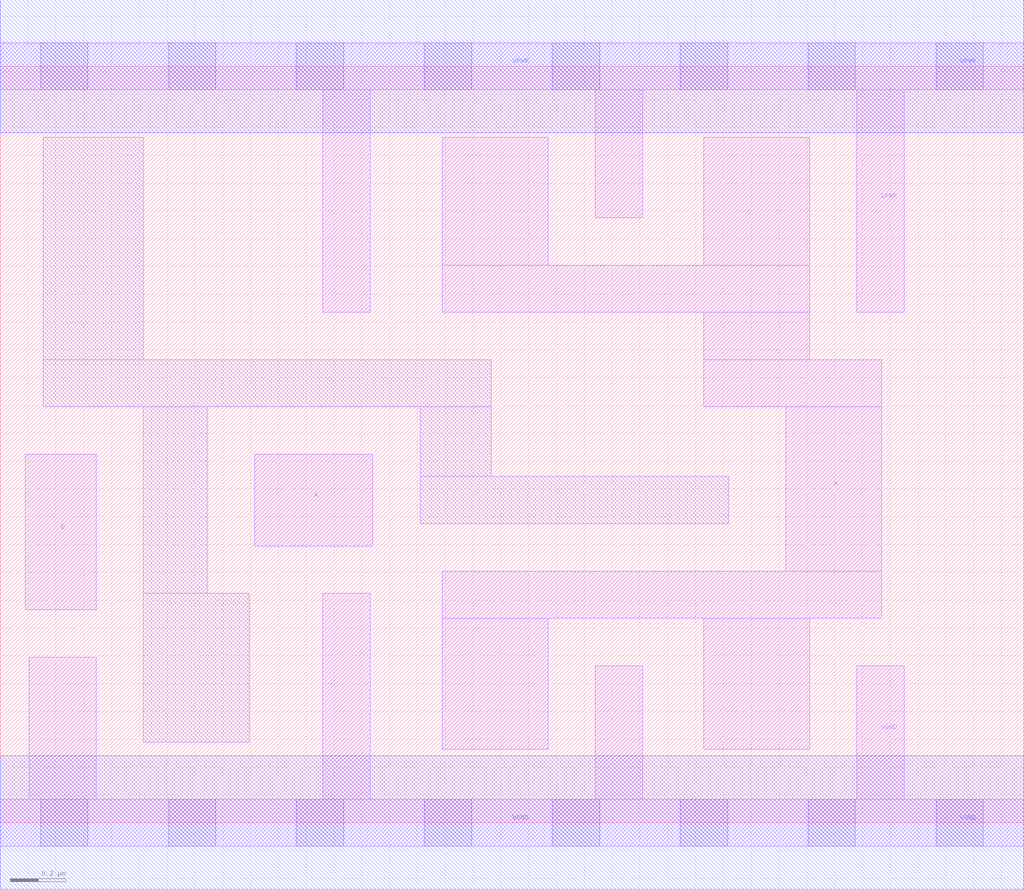
<source format=lef>
# Copyright 2020 The SkyWater PDK Authors
#
# Licensed under the Apache License, Version 2.0 (the "License");
# you may not use this file except in compliance with the License.
# You may obtain a copy of the License at
#
#     https://www.apache.org/licenses/LICENSE-2.0
#
# Unless required by applicable law or agreed to in writing, software
# distributed under the License is distributed on an "AS IS" BASIS,
# WITHOUT WARRANTIES OR CONDITIONS OF ANY KIND, either express or implied.
# See the License for the specific language governing permissions and
# limitations under the License.
#
# SPDX-License-Identifier: Apache-2.0

VERSION 5.7 ;
  NAMESCASESENSITIVE ON ;
  NOWIREEXTENSIONATPIN ON ;
  DIVIDERCHAR "/" ;
  BUSBITCHARS "[]" ;
UNITS
  DATABASE MICRONS 200 ;
END UNITS
PROPERTYDEFINITIONS
  MACRO maskLayoutSubType STRING ;
  MACRO prCellType STRING ;
  MACRO originalViewName STRING ;
END PROPERTYDEFINITIONS
MACRO sky130_fd_sc_hdll__or2_4
  CLASS CORE ;
  FOREIGN sky130_fd_sc_hdll__or2_4 ;
  ORIGIN  0.000000  0.000000 ;
  SIZE  3.680000 BY  2.720000 ;
  SYMMETRY X Y R90 ;
  SITE unithd ;
  PIN A
    ANTENNAGATEAREA  0.277500 ;
    DIRECTION INPUT ;
    USE SIGNAL ;
    PORT
      LAYER li1 ;
        RECT 0.915000 0.995000 1.340000 1.325000 ;
    END
  END A
  PIN B
    ANTENNAGATEAREA  0.277500 ;
    DIRECTION INPUT ;
    USE SIGNAL ;
    PORT
      LAYER li1 ;
        RECT 0.090000 0.765000 0.345000 1.325000 ;
    END
  END B
  PIN X
    ANTENNADIFFAREA  1.028500 ;
    DIRECTION OUTPUT ;
    USE SIGNAL ;
    PORT
      LAYER li1 ;
        RECT 1.590000 0.265000 1.970000 0.735000 ;
        RECT 1.590000 0.735000 3.170000 0.905000 ;
        RECT 1.590000 1.835000 2.910000 2.005000 ;
        RECT 1.590000 2.005000 1.970000 2.465000 ;
        RECT 2.530000 0.265000 2.910000 0.735000 ;
        RECT 2.530000 1.495000 3.170000 1.665000 ;
        RECT 2.530000 1.665000 2.910000 1.835000 ;
        RECT 2.530000 2.005000 2.910000 2.465000 ;
        RECT 2.825000 0.905000 3.170000 1.495000 ;
    END
  END X
  PIN VGND
    DIRECTION INOUT ;
    USE GROUND ;
    PORT
      LAYER li1 ;
        RECT 0.000000 -0.085000 3.680000 0.085000 ;
        RECT 0.105000  0.085000 0.345000 0.595000 ;
        RECT 1.160000  0.085000 1.330000 0.825000 ;
        RECT 2.140000  0.085000 2.310000 0.565000 ;
        RECT 3.080000  0.085000 3.250000 0.565000 ;
      LAYER mcon ;
        RECT 0.145000 -0.085000 0.315000 0.085000 ;
        RECT 0.605000 -0.085000 0.775000 0.085000 ;
        RECT 1.065000 -0.085000 1.235000 0.085000 ;
        RECT 1.525000 -0.085000 1.695000 0.085000 ;
        RECT 1.985000 -0.085000 2.155000 0.085000 ;
        RECT 2.445000 -0.085000 2.615000 0.085000 ;
        RECT 2.905000 -0.085000 3.075000 0.085000 ;
        RECT 3.365000 -0.085000 3.535000 0.085000 ;
      LAYER met1 ;
        RECT 0.000000 -0.240000 3.680000 0.240000 ;
    END
  END VGND
  PIN VPWR
    DIRECTION INOUT ;
    USE POWER ;
    PORT
      LAYER li1 ;
        RECT 0.000000 2.635000 3.680000 2.805000 ;
        RECT 1.160000 1.835000 1.330000 2.635000 ;
        RECT 2.140000 2.175000 2.310000 2.635000 ;
        RECT 3.080000 1.835000 3.250000 2.635000 ;
      LAYER mcon ;
        RECT 0.145000 2.635000 0.315000 2.805000 ;
        RECT 0.605000 2.635000 0.775000 2.805000 ;
        RECT 1.065000 2.635000 1.235000 2.805000 ;
        RECT 1.525000 2.635000 1.695000 2.805000 ;
        RECT 1.985000 2.635000 2.155000 2.805000 ;
        RECT 2.445000 2.635000 2.615000 2.805000 ;
        RECT 2.905000 2.635000 3.075000 2.805000 ;
        RECT 3.365000 2.635000 3.535000 2.805000 ;
      LAYER met1 ;
        RECT 0.000000 2.480000 3.680000 2.960000 ;
    END
  END VPWR
  OBS
    LAYER li1 ;
      RECT 0.155000 1.495000 1.765000 1.665000 ;
      RECT 0.155000 1.665000 0.515000 2.465000 ;
      RECT 0.515000 0.290000 0.895000 0.825000 ;
      RECT 0.515000 0.825000 0.745000 1.495000 ;
      RECT 1.510000 1.075000 2.620000 1.245000 ;
      RECT 1.510000 1.245000 1.765000 1.495000 ;
  END
  PROPERTY maskLayoutSubType "abstract" ;
  PROPERTY prCellType "standard" ;
  PROPERTY originalViewName "layout" ;
END sky130_fd_sc_hdll__or2_4

</source>
